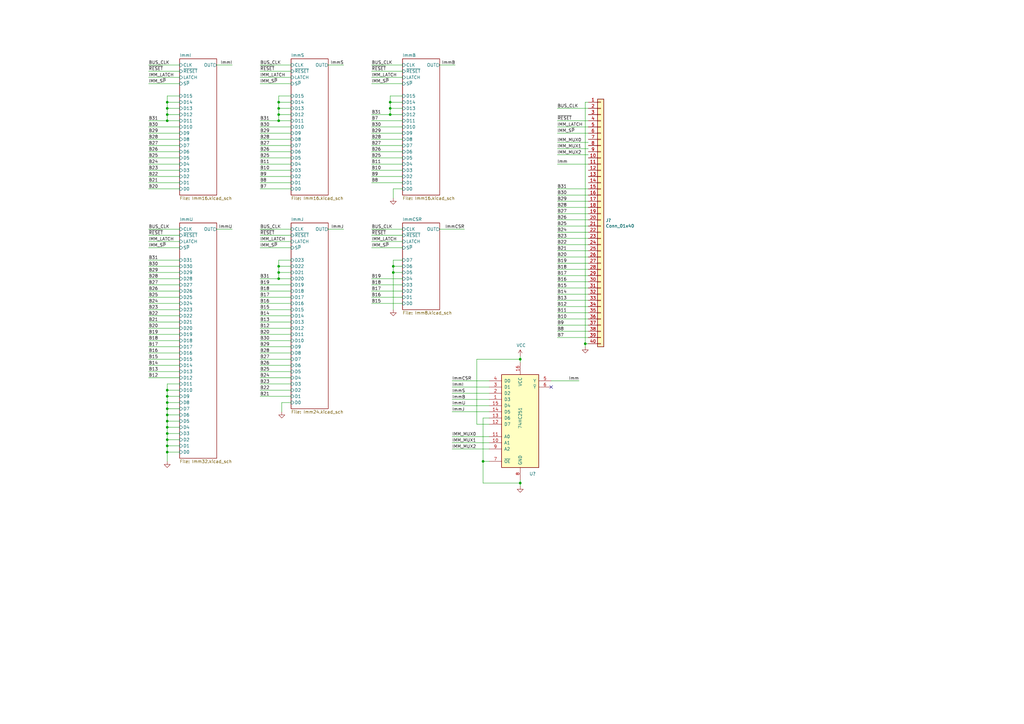
<source format=kicad_sch>
(kicad_sch (version 20211123) (generator eeschema)
  (paper "A3")
  (lib_symbols
    (symbol "Connector_Generic:Conn_01x40" (pin_names (offset 1.016) hide)
      (property "Reference" "J" (at 0 50.8 0))
      (property "Value" "Conn_01x40" (at 0 -53.34 0))
      (symbol "Conn_01x40_1_1"
        (rectangle (start -1.27 -50.673) (end 0 -50.927) (stroke (width 0.1524)))
        (rectangle (start -1.27 -48.133) (end 0 -48.387) (stroke (width 0.1524)))
        (rectangle (start -1.27 -45.593) (end 0 -45.847) (stroke (width 0.1524)))
        (rectangle (start -1.27 -43.053) (end 0 -43.307) (stroke (width 0.1524)))
        (rectangle (start -1.27 -40.513) (end 0 -40.767) (stroke (width 0.1524)))
        (rectangle (start -1.27 -37.973) (end 0 -38.227) (stroke (width 0.1524)))
        (rectangle (start -1.27 -35.433) (end 0 -35.687) (stroke (width 0.1524)))
        (rectangle (start -1.27 -32.893) (end 0 -33.147) (stroke (width 0.1524)))
        (rectangle (start -1.27 -30.353) (end 0 -30.607) (stroke (width 0.1524)))
        (rectangle (start -1.27 -27.813) (end 0 -28.067) (stroke (width 0.1524)))
        (rectangle (start -1.27 -25.273) (end 0 -25.527) (stroke (width 0.1524)))
        (rectangle (start -1.27 -22.733) (end 0 -22.987) (stroke (width 0.1524)))
        (rectangle (start -1.27 -20.193) (end 0 -20.447) (stroke (width 0.1524)))
        (rectangle (start -1.27 -17.653) (end 0 -17.907) (stroke (width 0.1524)))
        (rectangle (start -1.27 -15.113) (end 0 -15.367) (stroke (width 0.1524)))
        (rectangle (start -1.27 -12.573) (end 0 -12.827) (stroke (width 0.1524)))
        (rectangle (start -1.27 -10.033) (end 0 -10.287) (stroke (width 0.1524)))
        (rectangle (start -1.27 -7.493) (end 0 -7.747) (stroke (width 0.1524)))
        (rectangle (start -1.27 -4.953) (end 0 -5.207) (stroke (width 0.1524)))
        (rectangle (start -1.27 -2.413) (end 0 -2.667) (stroke (width 0.1524)))
        (rectangle (start -1.27 0.127) (end 0 -0.127) (stroke (width 0.1524)))
        (rectangle (start -1.27 2.667) (end 0 2.413) (stroke (width 0.1524)))
        (rectangle (start -1.27 5.207) (end 0 4.953) (stroke (width 0.1524)))
        (rectangle (start -1.27 7.747) (end 0 7.493) (stroke (width 0.1524)))
        (rectangle (start -1.27 10.287) (end 0 10.033) (stroke (width 0.1524)))
        (rectangle (start -1.27 12.827) (end 0 12.573) (stroke (width 0.1524)))
        (rectangle (start -1.27 15.367) (end 0 15.113) (stroke (width 0.1524)))
        (rectangle (start -1.27 17.907) (end 0 17.653) (stroke (width 0.1524)))
        (rectangle (start -1.27 20.447) (end 0 20.193) (stroke (width 0.1524)))
        (rectangle (start -1.27 22.987) (end 0 22.733) (stroke (width 0.1524)))
        (rectangle (start -1.27 25.527) (end 0 25.273) (stroke (width 0.1524)))
        (rectangle (start -1.27 28.067) (end 0 27.813) (stroke (width 0.1524)))
        (rectangle (start -1.27 30.607) (end 0 30.353) (stroke (width 0.1524)))
        (rectangle (start -1.27 33.147) (end 0 32.893) (stroke (width 0.1524)))
        (rectangle (start -1.27 35.687) (end 0 35.433) (stroke (width 0.1524)))
        (rectangle (start -1.27 38.227) (end 0 37.973) (stroke (width 0.1524)))
        (rectangle (start -1.27 40.767) (end 0 40.513) (stroke (width 0.1524)))
        (rectangle (start -1.27 43.307) (end 0 43.053) (stroke (width 0.1524)))
        (rectangle (start -1.27 45.847) (end 0 45.593) (stroke (width 0.1524)))
        (rectangle (start -1.27 48.387) (end 0 48.133) (stroke (width 0.1524)))
        (rectangle (start -1.27 49.53) (end 1.27 -52.07) (stroke (width 0.254)) (fill (type background)))
        (pin passive line (at -5.08 48.26 0) (length 3.81) (name "Pin_1") (number "1"))
        (pin passive line (at -5.08 25.4 0) (length 3.81) (name "Pin_10") (number "10"))
        (pin passive line (at -5.08 22.86 0) (length 3.81) (name "Pin_11") (number "11"))
        (pin passive line (at -5.08 20.32 0) (length 3.81) (name "Pin_12") (number "12"))
        (pin passive line (at -5.08 17.78 0) (length 3.81) (name "Pin_13") (number "13"))
        (pin passive line (at -5.08 15.24 0) (length 3.81) (name "Pin_14") (number "14"))
        (pin passive line (at -5.08 12.7 0) (length 3.81) (name "Pin_15") (number "15"))
        (pin passive line (at -5.08 10.16 0) (length 3.81) (name "Pin_16") (number "16"))
        (pin passive line (at -5.08 7.62 0) (length 3.81) (name "Pin_17") (number "17"))
        (pin passive line (at -5.08 5.08 0) (length 3.81) (name "Pin_18") (number "18"))
        (pin passive line (at -5.08 2.54 0) (length 3.81) (name "Pin_19") (number "19"))
        (pin passive line (at -5.08 45.72 0) (length 3.81) (name "Pin_2") (number "2"))
        (pin passive line (at -5.08 0 0) (length 3.81) (name "Pin_20") (number "20"))
        (pin passive line (at -5.08 -2.54 0) (length 3.81) (name "Pin_21") (number "21"))
        (pin passive line (at -5.08 -5.08 0) (length 3.81) (name "Pin_22") (number "22"))
        (pin passive line (at -5.08 -7.62 0) (length 3.81) (name "Pin_23") (number "23"))
        (pin passive line (at -5.08 -10.16 0) (length 3.81) (name "Pin_24") (number "24"))
        (pin passive line (at -5.08 -12.7 0) (length 3.81) (name "Pin_25") (number "25"))
        (pin passive line (at -5.08 -15.24 0) (length 3.81) (name "Pin_26") (number "26"))
        (pin passive line (at -5.08 -17.78 0) (length 3.81) (name "Pin_27") (number "27"))
        (pin passive line (at -5.08 -20.32 0) (length 3.81) (name "Pin_28") (number "28"))
        (pin passive line (at -5.08 -22.86 0) (length 3.81) (name "Pin_29") (number "29"))
        (pin passive line (at -5.08 43.18 0) (length 3.81) (name "Pin_3") (number "3"))
        (pin passive line (at -5.08 -25.4 0) (length 3.81) (name "Pin_30") (number "30"))
        (pin passive line (at -5.08 -27.94 0) (length 3.81) (name "Pin_31") (number "31"))
        (pin passive line (at -5.08 -30.48 0) (length 3.81) (name "Pin_32") (number "32"))
        (pin passive line (at -5.08 -33.02 0) (length 3.81) (name "Pin_33") (number "33"))
        (pin passive line (at -5.08 -35.56 0) (length 3.81) (name "Pin_34") (number "34"))
        (pin passive line (at -5.08 -38.1 0) (length 3.81) (name "Pin_35") (number "35"))
        (pin passive line (at -5.08 -40.64 0) (length 3.81) (name "Pin_36") (number "36"))
        (pin passive line (at -5.08 -43.18 0) (length 3.81) (name "Pin_37") (number "37"))
        (pin passive line (at -5.08 -45.72 0) (length 3.81) (name "Pin_38") (number "38"))
        (pin passive line (at -5.08 -48.26 0) (length 3.81) (name "Pin_39") (number "39"))
        (pin passive line (at -5.08 40.64 0) (length 3.81) (name "Pin_4") (number "4"))
        (pin passive line (at -5.08 -50.8 0) (length 3.81) (name "Pin_40") (number "40"))
        (pin passive line (at -5.08 38.1 0) (length 3.81) (name "Pin_5") (number "5"))
        (pin passive line (at -5.08 35.56 0) (length 3.81) (name "Pin_6") (number "6"))
        (pin passive line (at -5.08 33.02 0) (length 3.81) (name "Pin_7") (number "7"))
        (pin passive line (at -5.08 30.48 0) (length 3.81) (name "Pin_8") (number "8"))
        (pin passive line (at -5.08 27.94 0) (length 3.81) (name "Pin_9") (number "9"))
      )
    )
    (symbol "power:GND" (power) (pin_names (offset 0))
      (property "Value" "GND" (at 0 -3.81 0))
      (symbol "GND_0_1"
        (polyline (pts (xy 0 0) (xy 0 -1.27) (xy 1.27 -1.27) (xy 0 -2.54) (xy -1.27 -1.27) (xy 0 -1.27)))
      )
      (symbol "GND_1_1"
        (pin power_in line (at 0 0 270) (length 0) hide (name "GND") (number "1"))
      )
    )
    (symbol "power:VCC" (power) (pin_names (offset 0))
      (property "Value" "VCC" (at 0 3.81 0))
      (symbol "VCC_0_1"
        (polyline (pts (xy -0.762 1.27) (xy 0 2.54)))
        (polyline (pts (xy 0 0) (xy 0 2.54)))
        (polyline (pts (xy 0 2.54) (xy 0.762 1.27)))
      )
      (symbol "VCC_1_1"
        (pin power_in line (at 0 0 90) (length 0) hide (name "VCC") (number "1"))
      )
    )
    (symbol "riscv-serial:74HC251" (pin_names (offset 1.016))
      (property "Reference" "U" (at 5.08 -21.59 0))
      (property "Value" "74HC251" (at 0 -1.27 90))
      (symbol "74HC251_1_0"
        (rectangle (start -7.62 17.78) (end 7.62 -20.32) (stroke (width 0.254)) (fill (type background)))
      )
      (symbol "74HC251_1_1"
        (pin input line (at -12.7 7.62 0) (length 5.08) (name "D3") (number "1"))
        (pin input line (at -12.7 -10.16 0) (length 5.08) (name "A1") (number "10"))
        (pin input line (at -12.7 -7.62 0) (length 5.08) (name "A0") (number "11"))
        (pin input line (at -12.7 -2.54 0) (length 5.08) (name "D7") (number "12"))
        (pin input line (at -12.7 0 0) (length 5.08) (name "D6") (number "13"))
        (pin input line (at -12.7 2.54 0) (length 5.08) (name "D5") (number "14"))
        (pin input line (at -12.7 5.08 0) (length 5.08) (name "D4") (number "15"))
        (pin power_in line (at 0 22.86 270) (length 5.08) (name "VCC") (number "16"))
        (pin input line (at -12.7 10.16 0) (length 5.08) (name "D2") (number "2"))
        (pin input line (at -12.7 12.7 0) (length 5.08) (name "D1") (number "3"))
        (pin input line (at -12.7 15.24 0) (length 5.08) (name "D0") (number "4"))
        (pin output line (at 12.7 15.24 180) (length 5.08) (name "Y") (number "5"))
        (pin output line (at 12.7 12.7 180) (length 5.08) (name "~{Y}") (number "6"))
        (pin input line (at -12.7 -17.78 0) (length 5.08) (name "~{OE}") (number "7"))
        (pin power_in line (at 0 -25.4 90) (length 5.08) (name "GND") (number "8"))
        (pin input line (at -12.7 -12.7 0) (length 5.08) (name "A2") (number "9"))
      )
    )
  )
  (junction (at 114.3 114.3))
  (junction (at 68.58 165.1))
  (junction (at 198.12 189.23))
  (junction (at 161.29 109.22))
  (junction (at 114.3 41.91))
  (junction (at 68.58 44.45))
  (junction (at 114.3 46.99))
  (junction (at 68.58 41.91))
  (junction (at 68.58 177.8))
  (junction (at 68.58 170.18))
  (junction (at 68.58 162.56))
  (junction (at 68.58 49.53))
  (junction (at 161.29 111.76))
  (junction (at 240.03 140.97))
  (junction (at 68.58 180.34))
  (junction (at 160.02 46.99))
  (junction (at 68.58 167.64))
  (junction (at 68.58 160.02))
  (junction (at 68.58 182.88))
  (junction (at 114.3 49.53))
  (junction (at 160.02 41.91))
  (junction (at 114.3 44.45))
  (junction (at 68.58 185.42))
  (junction (at 160.02 44.45))
  (junction (at 213.36 198.12))
  (junction (at 68.58 46.99))
  (junction (at 213.36 147.32))
  (junction (at 114.3 111.76))
  (junction (at 68.58 172.72))
  (junction (at 114.3 109.22))
  (junction (at 68.58 175.26))
  (no_connect (at 226.06 158.75))
  (wire (pts (xy 185.42 161.29) (xy 200.66 161.29)))
  (wire (pts (xy 165.1 29.21) (xy 152.4 29.21)))
  (wire (pts (xy 198.12 189.23) (xy 198.12 198.12)))
  (wire (pts (xy 152.4 69.85) (xy 165.1 69.85)))
  (wire (pts (xy 68.58 177.8) (xy 73.66 177.8)))
  (wire (pts (xy 228.6 133.35) (xy 241.3 133.35)))
  (wire (pts (xy 241.3 58.42) (xy 228.6 58.42)))
  (wire (pts (xy 165.1 39.37) (xy 160.02 39.37)))
  (wire (pts (xy 140.97 93.98) (xy 134.62 93.98)))
  (wire (pts (xy 228.6 44.45) (xy 241.3 44.45)))
  (wire (pts (xy 195.58 173.99) (xy 195.58 147.32)))
  (wire (pts (xy 68.58 177.8) (xy 68.58 180.34)))
  (wire (pts (xy 60.96 52.07) (xy 73.66 52.07)))
  (wire (pts (xy 152.4 116.84) (xy 165.1 116.84)))
  (wire (pts (xy 240.03 140.97) (xy 240.03 41.91)))
  (wire (pts (xy 165.1 77.47) (xy 161.29 77.47)))
  (wire (pts (xy 106.68 52.07) (xy 119.38 52.07)))
  (wire (pts (xy 60.96 26.67) (xy 73.66 26.67)))
  (wire (pts (xy 106.68 154.94) (xy 119.38 154.94)))
  (wire (pts (xy 106.68 59.69) (xy 119.38 59.69)))
  (wire (pts (xy 228.6 90.17) (xy 241.3 90.17)))
  (wire (pts (xy 68.58 172.72) (xy 68.58 175.26)))
  (wire (pts (xy 195.58 147.32) (xy 213.36 147.32)))
  (wire (pts (xy 106.68 54.61) (xy 119.38 54.61)))
  (wire (pts (xy 160.02 44.45) (xy 160.02 46.99)))
  (wire (pts (xy 60.96 101.6) (xy 73.66 101.6)))
  (wire (pts (xy 228.6 102.87) (xy 241.3 102.87)))
  (wire (pts (xy 161.29 106.68) (xy 161.29 109.22)))
  (wire (pts (xy 60.96 62.23) (xy 73.66 62.23)))
  (wire (pts (xy 60.96 116.84) (xy 73.66 116.84)))
  (wire (pts (xy 119.38 96.52) (xy 106.68 96.52)))
  (wire (pts (xy 106.68 119.38) (xy 119.38 119.38)))
  (wire (pts (xy 152.4 62.23) (xy 165.1 62.23)))
  (wire (pts (xy 114.3 114.3) (xy 119.38 114.3)))
  (wire (pts (xy 60.96 106.68) (xy 73.66 106.68)))
  (wire (pts (xy 152.4 46.99) (xy 160.02 46.99)))
  (wire (pts (xy 152.4 64.77) (xy 165.1 64.77)))
  (wire (pts (xy 213.36 146.05) (xy 213.36 147.32)))
  (wire (pts (xy 60.96 114.3) (xy 73.66 114.3)))
  (wire (pts (xy 165.1 109.22) (xy 161.29 109.22)))
  (wire (pts (xy 106.68 137.16) (xy 119.38 137.16)))
  (wire (pts (xy 60.96 142.24) (xy 73.66 142.24)))
  (wire (pts (xy 165.1 106.68) (xy 161.29 106.68)))
  (wire (pts (xy 228.6 105.41) (xy 241.3 105.41)))
  (wire (pts (xy 152.4 119.38) (xy 165.1 119.38)))
  (wire (pts (xy 200.66 184.15) (xy 185.42 184.15)))
  (wire (pts (xy 106.68 69.85) (xy 119.38 69.85)))
  (wire (pts (xy 68.58 39.37) (xy 68.58 41.91)))
  (wire (pts (xy 200.66 179.07) (xy 185.42 179.07)))
  (wire (pts (xy 198.12 198.12) (xy 213.36 198.12)))
  (wire (pts (xy 165.1 31.75) (xy 152.4 31.75)))
  (wire (pts (xy 119.38 31.75) (xy 106.68 31.75)))
  (wire (pts (xy 60.96 154.94) (xy 73.66 154.94)))
  (wire (pts (xy 60.96 124.46) (xy 73.66 124.46)))
  (wire (pts (xy 119.38 109.22) (xy 114.3 109.22)))
  (wire (pts (xy 68.58 167.64) (xy 68.58 170.18)))
  (wire (pts (xy 152.4 26.67) (xy 165.1 26.67)))
  (wire (pts (xy 106.68 101.6) (xy 119.38 101.6)))
  (wire (pts (xy 152.4 72.39) (xy 165.1 72.39)))
  (wire (pts (xy 68.58 41.91) (xy 68.58 44.45)))
  (wire (pts (xy 106.68 152.4) (xy 119.38 152.4)))
  (wire (pts (xy 114.3 44.45) (xy 114.3 46.99)))
  (wire (pts (xy 60.96 152.4) (xy 73.66 152.4)))
  (wire (pts (xy 228.6 77.47) (xy 241.3 77.47)))
  (wire (pts (xy 60.96 144.78) (xy 73.66 144.78)))
  (wire (pts (xy 119.38 165.1) (xy 115.57 165.1)))
  (wire (pts (xy 228.6 82.55) (xy 241.3 82.55)))
  (wire (pts (xy 60.96 137.16) (xy 73.66 137.16)))
  (wire (pts (xy 228.6 80.01) (xy 241.3 80.01)))
  (wire (pts (xy 152.4 67.31) (xy 165.1 67.31)))
  (wire (pts (xy 241.3 63.5) (xy 228.6 63.5)))
  (wire (pts (xy 185.42 158.75) (xy 200.66 158.75)))
  (wire (pts (xy 106.68 74.93) (xy 119.38 74.93)))
  (wire (pts (xy 60.96 127) (xy 73.66 127)))
  (wire (pts (xy 106.68 114.3) (xy 114.3 114.3)))
  (wire (pts (xy 160.02 46.99) (xy 165.1 46.99)))
  (wire (pts (xy 106.68 67.31) (xy 119.38 67.31)))
  (wire (pts (xy 73.66 157.48) (xy 68.58 157.48)))
  (wire (pts (xy 200.66 168.91) (xy 185.42 168.91)))
  (wire (pts (xy 228.6 118.11) (xy 241.3 118.11)))
  (wire (pts (xy 213.36 198.12) (xy 213.36 199.39)))
  (wire (pts (xy 228.6 135.89) (xy 241.3 135.89)))
  (wire (pts (xy 119.38 39.37) (xy 114.3 39.37)))
  (wire (pts (xy 60.96 69.85) (xy 73.66 69.85)))
  (wire (pts (xy 60.96 77.47) (xy 73.66 77.47)))
  (wire (pts (xy 60.96 149.86) (xy 73.66 149.86)))
  (wire (pts (xy 228.6 87.63) (xy 241.3 87.63)))
  (wire (pts (xy 73.66 29.21) (xy 60.96 29.21)))
  (wire (pts (xy 228.6 120.65) (xy 241.3 120.65)))
  (wire (pts (xy 165.1 44.45) (xy 160.02 44.45)))
  (wire (pts (xy 114.3 111.76) (xy 114.3 114.3)))
  (wire (pts (xy 73.66 31.75) (xy 60.96 31.75)))
  (wire (pts (xy 73.66 39.37) (xy 68.58 39.37)))
  (wire (pts (xy 106.68 124.46) (xy 119.38 124.46)))
  (wire (pts (xy 185.42 156.21) (xy 200.66 156.21)))
  (wire (pts (xy 115.57 165.1) (xy 115.57 168.91)))
  (wire (pts (xy 198.12 171.45) (xy 198.12 189.23)))
  (wire (pts (xy 228.6 54.61) (xy 241.3 54.61)))
  (wire (pts (xy 60.96 34.29) (xy 73.66 34.29)))
  (wire (pts (xy 106.68 34.29) (xy 119.38 34.29)))
  (wire (pts (xy 165.1 41.91) (xy 160.02 41.91)))
  (wire (pts (xy 60.96 139.7) (xy 73.66 139.7)))
  (wire (pts (xy 106.68 127) (xy 119.38 127)))
  (wire (pts (xy 60.96 74.93) (xy 73.66 74.93)))
  (wire (pts (xy 165.1 96.52) (xy 152.4 96.52)))
  (wire (pts (xy 152.4 49.53) (xy 165.1 49.53)))
  (wire (pts (xy 68.58 46.99) (xy 68.58 49.53)))
  (wire (pts (xy 240.03 142.24) (xy 240.03 140.97)))
  (wire (pts (xy 119.38 106.68) (xy 114.3 106.68)))
  (wire (pts (xy 60.96 129.54) (xy 73.66 129.54)))
  (wire (pts (xy 106.68 121.92) (xy 119.38 121.92)))
  (wire (pts (xy 200.66 173.99) (xy 195.58 173.99)))
  (wire (pts (xy 106.68 72.39) (xy 119.38 72.39)))
  (wire (pts (xy 106.68 64.77) (xy 119.38 64.77)))
  (wire (pts (xy 152.4 59.69) (xy 165.1 59.69)))
  (wire (pts (xy 60.96 72.39) (xy 73.66 72.39)))
  (wire (pts (xy 60.96 132.08) (xy 73.66 132.08)))
  (wire (pts (xy 68.58 157.48) (xy 68.58 160.02)))
  (wire (pts (xy 161.29 77.47) (xy 161.29 81.28)))
  (wire (pts (xy 186.69 26.67) (xy 180.34 26.67)))
  (wire (pts (xy 241.3 60.96) (xy 228.6 60.96)))
  (wire (pts (xy 106.68 93.98) (xy 119.38 93.98)))
  (wire (pts (xy 228.6 95.25) (xy 241.3 95.25)))
  (wire (pts (xy 228.6 113.03) (xy 241.3 113.03)))
  (wire (pts (xy 228.6 125.73) (xy 241.3 125.73)))
  (wire (pts (xy 213.36 198.12) (xy 213.36 196.85)))
  (wire (pts (xy 119.38 44.45) (xy 114.3 44.45)))
  (wire (pts (xy 152.4 114.3) (xy 165.1 114.3)))
  (wire (pts (xy 73.66 46.99) (xy 68.58 46.99)))
  (wire (pts (xy 228.6 97.79) (xy 241.3 97.79)))
  (wire (pts (xy 106.68 57.15) (xy 119.38 57.15)))
  (wire (pts (xy 213.36 147.32) (xy 213.36 148.59)))
  (wire (pts (xy 106.68 142.24) (xy 119.38 142.24)))
  (wire (pts (xy 106.68 139.7) (xy 119.38 139.7)))
  (wire (pts (xy 73.66 41.91) (xy 68.58 41.91)))
  (wire (pts (xy 160.02 39.37) (xy 160.02 41.91)))
  (wire (pts (xy 68.58 162.56) (xy 68.58 165.1)))
  (wire (pts (xy 152.4 57.15) (xy 165.1 57.15)))
  (wire (pts (xy 185.42 166.37) (xy 200.66 166.37)))
  (wire (pts (xy 119.38 46.99) (xy 114.3 46.99)))
  (wire (pts (xy 73.66 180.34) (xy 68.58 180.34)))
  (wire (pts (xy 60.96 111.76) (xy 73.66 111.76)))
  (wire (pts (xy 60.96 49.53) (xy 68.58 49.53)))
  (wire (pts (xy 60.96 134.62) (xy 73.66 134.62)))
  (wire (pts (xy 73.66 182.88) (xy 68.58 182.88)))
  (wire (pts (xy 73.66 175.26) (xy 68.58 175.26)))
  (wire (pts (xy 106.68 49.53) (xy 114.3 49.53)))
  (wire (pts (xy 228.6 92.71) (xy 241.3 92.71)))
  (wire (pts (xy 241.3 49.53) (xy 228.6 49.53)))
  (wire (pts (xy 152.4 54.61) (xy 165.1 54.61)))
  (wire (pts (xy 114.3 46.99) (xy 114.3 49.53)))
  (wire (pts (xy 152.4 101.6) (xy 165.1 101.6)))
  (wire (pts (xy 228.6 110.49) (xy 241.3 110.49)))
  (wire (pts (xy 73.66 99.06) (xy 60.96 99.06)))
  (wire (pts (xy 226.06 156.21) (xy 237.49 156.21)))
  (wire (pts (xy 228.6 123.19) (xy 241.3 123.19)))
  (wire (pts (xy 228.6 100.33) (xy 241.3 100.33)))
  (wire (pts (xy 240.03 140.97) (xy 241.3 140.97)))
  (wire (pts (xy 68.58 185.42) (xy 68.58 189.23)))
  (wire (pts (xy 152.4 52.07) (xy 165.1 52.07)))
  (wire (pts (xy 73.66 160.02) (xy 68.58 160.02)))
  (wire (pts (xy 114.3 106.68) (xy 114.3 109.22)))
  (wire (pts (xy 228.6 138.43) (xy 241.3 138.43)))
  (wire (pts (xy 161.29 109.22) (xy 161.29 111.76)))
  (wire (pts (xy 106.68 144.78) (xy 119.38 144.78)))
  (wire (pts (xy 60.96 93.98) (xy 73.66 93.98)))
  (wire (pts (xy 106.68 26.67) (xy 119.38 26.67)))
  (wire (pts (xy 200.66 189.23) (xy 198.12 189.23)))
  (wire (pts (xy 68.58 185.42) (xy 73.66 185.42)))
  (wire (pts (xy 114.3 41.91) (xy 114.3 44.45)))
  (wire (pts (xy 228.6 130.81) (xy 241.3 130.81)))
  (wire (pts (xy 60.96 57.15) (xy 73.66 57.15)))
  (wire (pts (xy 60.96 147.32) (xy 73.66 147.32)))
  (wire (pts (xy 60.96 121.92) (xy 73.66 121.92)))
  (wire (pts (xy 106.68 132.08) (xy 119.38 132.08)))
  (wire (pts (xy 119.38 29.21) (xy 106.68 29.21)))
  (wire (pts (xy 114.3 49.53) (xy 119.38 49.53)))
  (wire (pts (xy 73.66 165.1) (xy 68.58 165.1)))
  (wire (pts (xy 152.4 34.29) (xy 165.1 34.29)))
  (wire (pts (xy 106.68 134.62) (xy 119.38 134.62)))
  (wire (pts (xy 68.58 167.64) (xy 73.66 167.64)))
  (wire (pts (xy 119.38 99.06) (xy 106.68 99.06)))
  (wire (pts (xy 68.58 44.45) (xy 68.58 46.99)))
  (wire (pts (xy 60.96 64.77) (xy 73.66 64.77)))
  (wire (pts (xy 60.96 119.38) (xy 73.66 119.38)))
  (wire (pts (xy 228.6 128.27) (xy 241.3 128.27)))
  (wire (pts (xy 160.02 41.91) (xy 160.02 44.45)))
  (wire (pts (xy 119.38 41.91) (xy 114.3 41.91)))
  (wire (pts (xy 60.96 67.31) (xy 73.66 67.31)))
  (wire (pts (xy 68.58 160.02) (xy 68.58 162.56)))
  (wire (pts (xy 68.58 172.72) (xy 73.66 172.72)))
  (wire (pts (xy 140.97 26.67) (xy 134.62 26.67)))
  (wire (pts (xy 241.3 67.31) (xy 228.6 67.31)))
  (wire (pts (xy 152.4 121.92) (xy 165.1 121.92)))
  (wire (pts (xy 241.3 52.07) (xy 228.6 52.07)))
  (wire (pts (xy 95.25 26.67) (xy 88.9 26.67)))
  (wire (pts (xy 106.68 147.32) (xy 119.38 147.32)))
  (wire (pts (xy 68.58 165.1) (xy 68.58 167.64)))
  (wire (pts (xy 200.66 171.45) (xy 198.12 171.45)))
  (wire (pts (xy 60.96 54.61) (xy 73.66 54.61)))
  (wire (pts (xy 106.68 116.84) (xy 119.38 116.84)))
  (wire (pts (xy 73.66 96.52) (xy 60.96 96.52)))
  (wire (pts (xy 73.66 44.45) (xy 68.58 44.45)))
  (wire (pts (xy 73.66 170.18) (xy 68.58 170.18)))
  (wire (pts (xy 60.96 59.69) (xy 73.66 59.69)))
  (wire (pts (xy 161.29 111.76) (xy 165.1 111.76)))
  (wire (pts (xy 152.4 93.98) (xy 165.1 93.98)))
  (wire (pts (xy 114.3 109.22) (xy 114.3 111.76)))
  (wire (pts (xy 106.68 62.23) (xy 119.38 62.23)))
  (wire (pts (xy 106.68 149.86) (xy 119.38 149.86)))
  (wire (pts (xy 185.42 163.83) (xy 200.66 163.83)))
  (wire (pts (xy 114.3 39.37) (xy 114.3 41.91)))
  (wire (pts (xy 165.1 99.06) (xy 152.4 99.06)))
  (wire (pts (xy 95.25 93.98) (xy 88.9 93.98)))
  (wire (pts (xy 68.58 175.26) (xy 68.58 177.8)))
  (wire (pts (xy 60.96 109.22) (xy 73.66 109.22)))
  (wire (pts (xy 228.6 107.95) (xy 241.3 107.95)))
  (wire (pts (xy 119.38 111.76) (xy 114.3 111.76)))
  (wire (pts (xy 152.4 74.93) (xy 165.1 74.93)))
  (wire (pts (xy 106.68 162.56) (xy 119.38 162.56)))
  (wire (pts (xy 190.5 93.98) (xy 180.34 93.98)))
  (wire (pts (xy 161.29 111.76) (xy 161.29 127)))
  (wire (pts (xy 106.68 129.54) (xy 119.38 129.54)))
  (wire (pts (xy 228.6 115.57) (xy 241.3 115.57)))
  (wire (pts (xy 106.68 157.48) (xy 119.38 157.48)))
  (wire (pts (xy 68.58 170.18) (xy 68.58 172.72)))
  (wire (pts (xy 106.68 160.02) (xy 119.38 160.02)))
  (wire (pts (xy 228.6 85.09) (xy 241.3 85.09)))
  (wire (pts (xy 68.58 182.88) (xy 68.58 185.42)))
  (wire (pts (xy 68.58 180.34) (xy 68.58 182.88)))
  (wire (pts (xy 240.03 41.91) (xy 241.3 41.91)))
  (wire (pts (xy 152.4 124.46) (xy 165.1 124.46)))
  (wire (pts (xy 68.58 49.53) (xy 73.66 49.53)))
  (wire (pts (xy 106.68 77.47) (xy 119.38 77.47)))
  (wire (pts (xy 68.58 162.56) (xy 73.66 162.56)))
  (wire (pts (xy 200.66 181.61) (xy 185.42 181.61)))
  (label "B13" (at 228.6 123.19 0))
  (label "B17" (at 106.68 121.92 0))
  (label "IMM_LATCH" (at 60.96 99.06 0))
  (label "IMM_MUX0" (at 228.6 58.42 0))
  (label "B14" (at 228.6 120.65 0))
  (label "B28" (at 60.96 114.3 0))
  (label "B16" (at 106.68 124.46 0))
  (label "B26" (at 106.68 62.23 0))
  (label "B29" (at 152.4 54.61 0))
  (label "B22" (at 228.6 100.33 0))
  (label "IMM_MUX0" (at 185.42 179.07 0))
  (label "B25" (at 106.68 152.4 0))
  (label "B12" (at 60.96 154.94 0))
  (label "Imm" (at 237.49 156.21 180))
  (label "IMM_MUX1" (at 228.6 60.96 0))
  (label "~{RESET}" (at 228.6 49.53 0))
  (label "B17" (at 152.4 119.38 0))
  (label "B12" (at 228.6 125.73 0))
  (label "B25" (at 152.4 64.77 0))
  (label "B7" (at 152.4 49.53 0))
  (label "Imm" (at 228.6 67.31 0))
  (label "B15" (at 152.4 124.46 0))
  (label "B31" (at 60.96 49.53 0))
  (label "B8" (at 152.4 74.93 0))
  (label "B25" (at 106.68 64.77 0))
  (label "B30" (at 60.96 109.22 0))
  (label "B23" (at 106.68 157.48 0))
  (label "ImmU" (at 185.42 166.37 0))
  (label "IMM_MUX2" (at 185.42 184.15 0))
  (label "B27" (at 106.68 59.69 0))
  (label "B20" (at 60.96 77.47 0))
  (label "B31" (at 106.68 114.3 0))
  (label "B31" (at 228.6 77.47 0))
  (label "B11" (at 106.68 67.31 0))
  (label "B29" (at 60.96 54.61 0))
  (label "IMM_LATCH" (at 228.6 52.07 0))
  (label "B19" (at 152.4 114.3 0))
  (label "B17" (at 228.6 113.03 0))
  (label "B29" (at 106.68 54.61 0))
  (label "~{RESET}" (at 60.96 96.52 0))
  (label "B20" (at 60.96 134.62 0))
  (label "B23" (at 60.96 69.85 0))
  (label "IMM_S~{P}" (at 106.68 34.29 0))
  (label "B24" (at 60.96 124.46 0))
  (label "B30" (at 228.6 80.01 0))
  (label "B27" (at 228.6 87.63 0))
  (label "B29" (at 228.6 82.55 0))
  (label "B18" (at 60.96 139.7 0))
  (label "B7" (at 228.6 138.43 0))
  (label "B19" (at 106.68 116.84 0))
  (label "~{RESET}" (at 106.68 29.21 0))
  (label "B26" (at 228.6 90.17 0))
  (label "ImmJ" (at 185.42 168.91 0))
  (label "B19" (at 228.6 107.95 0))
  (label "B9" (at 228.6 133.35 0))
  (label "B28" (at 228.6 85.09 0))
  (label "B22" (at 106.68 160.02 0))
  (label "B7" (at 106.68 77.47 0))
  (label "B24" (at 228.6 95.25 0))
  (label "B18" (at 152.4 116.84 0))
  (label "B31" (at 60.96 106.68 0))
  (label "B10" (at 106.68 69.85 0))
  (label "B27" (at 106.68 147.32 0))
  (label "ImmB" (at 185.42 163.83 0))
  (label "ImmCSR" (at 185.42 156.21 0))
  (label "IMM_S~{P}" (at 60.96 101.6 0))
  (label "BUS_CLK" (at 106.68 93.98 0))
  (label "B27" (at 60.96 116.84 0))
  (label "B15" (at 228.6 118.11 0))
  (label "B16" (at 228.6 115.57 0))
  (label "B17" (at 60.96 142.24 0))
  (label "B28" (at 106.68 57.15 0))
  (label "B24" (at 106.68 154.94 0))
  (label "BUS_CLK" (at 152.4 26.67 0))
  (label "B18" (at 228.6 110.49 0))
  (label "B28" (at 60.96 57.15 0))
  (label "B29" (at 106.68 142.24 0))
  (label "B26" (at 106.68 149.86 0))
  (label "B8" (at 228.6 135.89 0))
  (label "IMM_S~{P}" (at 60.96 34.29 0))
  (label "B25" (at 60.96 121.92 0))
  (label "B14" (at 106.68 129.54 0))
  (label "B27" (at 152.4 59.69 0))
  (label "B23" (at 228.6 97.79 0))
  (label "B26" (at 152.4 62.23 0))
  (label "ImmU" (at 95.25 93.98 180))
  (label "BUS_CLK" (at 106.68 26.67 0))
  (label "B10" (at 152.4 69.85 0))
  (label "B24" (at 60.96 67.31 0))
  (label "B21" (at 106.68 162.56 0))
  (label "BUS_CLK" (at 228.6 44.45 0))
  (label "ImmJ" (at 140.97 93.98 180))
  (label "IMM_LATCH" (at 152.4 31.75 0))
  (label "B12" (at 106.68 134.62 0))
  (label "IMM_LATCH" (at 60.96 31.75 0))
  (label "B21" (at 60.96 132.08 0))
  (label "IMM_LATCH" (at 106.68 99.06 0))
  (label "IMM_S~{P}" (at 106.68 101.6 0))
  (label "B29" (at 60.96 111.76 0))
  (label "B15" (at 60.96 147.32 0))
  (label "B9" (at 152.4 72.39 0))
  (label "B19" (at 60.96 137.16 0))
  (label "B20" (at 106.68 137.16 0))
  (label "B18" (at 106.68 119.38 0))
  (label "IMM_MUX1" (at 185.42 181.61 0))
  (label "B13" (at 106.68 132.08 0))
  (label "B30" (at 106.68 52.07 0))
  (label "B9" (at 106.68 72.39 0))
  (label "B27" (at 60.96 59.69 0))
  (label "B11" (at 228.6 128.27 0))
  (label "B31" (at 106.68 49.53 0))
  (label "B16" (at 152.4 121.92 0))
  (label "B26" (at 60.96 62.23 0))
  (label "IMM_MUX2" (at 228.6 63.5 0))
  (label "B25" (at 60.96 64.77 0))
  (label "B14" (at 60.96 149.86 0))
  (label "IMM_S~{P}" (at 152.4 34.29 0))
  (label "B30" (at 152.4 52.07 0))
  (label "B23" (at 60.96 127 0))
  (label "~{RESET}" (at 106.68 96.52 0))
  (label "B31" (at 152.4 46.99 0))
  (label "B20" (at 228.6 105.41 0))
  (label "B11" (at 152.4 67.31 0))
  (label "~{RESET}" (at 152.4 29.21 0))
  (label "B15" (at 106.68 127 0))
  (label "IMM_S~{P}" (at 152.4 101.6 0))
  (label "~{RESET}" (at 152.4 96.52 0))
  (label "ImmCSR" (at 190.5 93.98 180))
  (label "B13" (at 60.96 152.4 0))
  (label "B21" (at 228.6 102.87 0))
  (label "B28" (at 106.68 144.78 0))
  (label "B22" (at 60.96 129.54 0))
  (label "ImmS" (at 185.42 161.29 0))
  (label "BUS_CLK" (at 152.4 93.98 0))
  (label "ImmI" (at 185.42 158.75 0))
  (label "ImmI" (at 95.25 26.67 180))
  (label "BUS_CLK" (at 60.96 26.67 0))
  (label "B21" (at 60.96 74.93 0))
  (label "B30" (at 106.68 139.7 0))
  (label "B22" (at 60.96 72.39 0))
  (label "ImmS" (at 140.97 26.67 180))
  (label "B10" (at 228.6 130.81 0))
  (label "IMM_S~{P}" (at 228.6 54.61 0))
  (label "IMM_LATCH" (at 152.4 99.06 0))
  (label "B28" (at 152.4 57.15 0))
  (label "IMM_LATCH" (at 106.68 31.75 0))
  (label "~{RESET}" (at 60.96 29.21 0))
  (label "ImmB" (at 186.69 26.67 180))
  (label "B8" (at 106.68 74.93 0))
  (label "BUS_CLK" (at 60.96 93.98 0))
  (label "B25" (at 228.6 92.71 0))
  (label "B26" (at 60.96 119.38 0))
  (label "B30" (at 60.96 52.07 0))
  (label "B16" (at 60.96 144.78 0))
  (symbol (lib_id "power:GND") (at 213.36 199.39 0) (unit 1)
    (property "Reference" "#PWR?" (effects hide))
    (property "Value" "GND" (effects hide))
  )
  (symbol (lib_id "riscv-serial:74HC251") (at 213.36 171.45 0) (unit 1)
    (property "Reference" "U?" (at 218.44 194.31 0))
    (property "Value" "74HC251" (at 213.36 171.45 90))
    (property "Footprint" "Package_SO:SOIC-16_3.9x9.9mm_P1.27mm" (effects hide))
  )
  (symbol (lib_id "power:GND") (at 161.29 81.28 0) (unit 1)
    (property "Reference" "#PWR?" (effects hide))
    (property "Value" "GND" (effects hide))
  )
  (symbol (lib_id "power:GND") (at 68.58 189.23 0) (unit 1)
    (property "Reference" "#PWR?" (effects hide))
    (property "Value" "GND" (effects hide))
  )
  (symbol (lib_id "power:GND") (at 161.29 127 0) (unit 1)
    (property "Reference" "#PWR?" (effects hide))
    (property "Value" "GND" (effects hide))
  )
  (symbol (lib_id "power:GND") (at 240.03 142.24 0) (unit 1)
    (property "Reference" "#PWR?" (effects hide))
    (property "Value" "GND" (effects hide))
  )
  (symbol (lib_id "power:VCC") (at 213.36 146.05 0) (unit 1)
    (property "Reference" "#PWR?" (effects hide))
    (property "Value" "VCC" (at 213.741 141.6558 0))
  )
  (symbol (lib_id "Connector_Generic:Conn_01x40") (at 246.38 90.17 0) (unit 1)
    (property "Reference" "J?" (at 248.412 90.3732 0) (effects (justify left)))
    (property "Value" "Conn_01x40" (at 248.412 92.6846 0) (effects (justify left)))
  )
  (symbol (lib_id "power:GND") (at 115.57 168.91 0) (unit 1)
    (property "Reference" "#PWR?" (effects hide))
    (property "Value" "GND" (effects hide))
  )
  (sheet (at 119.38 91.44) (size 15.24 76.2)
    (property "Sheet name" "ImmJ" (at 119.38 90.7284 0) (effects (justify left bottom)))
    (property "Sheet file" "Imm24.kicad_sch" (at 119.38 168.2246 0) (effects (justify left top)))
    (pin "CLK" input (at 119.38 93.98 180))
    (pin "~{RESET}" input (at 119.38 96.52 180))
    (pin "LATCH" input (at 119.38 99.06 180))
    (pin "S~{P}" input (at 119.38 101.6 180))
    (pin "D15" input (at 119.38 127 180))
    (pin "D14" input (at 119.38 129.54 180))
    (pin "D13" input (at 119.38 132.08 180))
    (pin "D12" input (at 119.38 134.62 180))
    (pin "D11" input (at 119.38 137.16 180))
    (pin "D10" input (at 119.38 139.7 180))
    (pin "D9" input (at 119.38 142.24 180))
    (pin "D8" input (at 119.38 144.78 180))
    (pin "OUT" output (at 134.62 93.98 0))
    (pin "D7" input (at 119.38 147.32 180))
    (pin "D6" input (at 119.38 149.86 180))
    (pin "D5" input (at 119.38 152.4 180))
    (pin "D4" input (at 119.38 154.94 180))
    (pin "D3" input (at 119.38 157.48 180))
    (pin "D2" input (at 119.38 160.02 180))
    (pin "D1" input (at 119.38 162.56 180))
    (pin "D0" input (at 119.38 165.1 180))
    (pin "D23" input (at 119.38 106.68 180))
    (pin "D22" input (at 119.38 109.22 180))
    (pin "D21" input (at 119.38 111.76 180))
    (pin "D20" input (at 119.38 114.3 180))
    (pin "D19" input (at 119.38 116.84 180))
    (pin "D18" input (at 119.38 119.38 180))
    (pin "D17" input (at 119.38 121.92 180))
    (pin "D16" input (at 119.38 124.46 180))
  )
  (sheet (at 73.66 91.44) (size 15.24 96.52)
    (property "Sheet name" "ImmU" (at 73.66 90.7284 0) (effects (justify left bottom)))
    (property "Sheet file" "Imm32.kicad_sch" (at 73.66 188.5446 0) (effects (justify left top)))
    (pin "CLK" input (at 73.66 93.98 180))
    (pin "~{RESET}" input (at 73.66 96.52 180))
    (pin "LATCH" input (at 73.66 99.06 180))
    (pin "S~{P}" input (at 73.66 101.6 180))
    (pin "D15" input (at 73.66 147.32 180))
    (pin "D14" input (at 73.66 149.86 180))
    (pin "D13" input (at 73.66 152.4 180))
    (pin "D12" input (at 73.66 154.94 180))
    (pin "D11" input (at 73.66 157.48 180))
    (pin "D10" input (at 73.66 160.02 180))
    (pin "D9" input (at 73.66 162.56 180))
    (pin "D8" input (at 73.66 165.1 180))
    (pin "OUT" output (at 88.9 93.98 0))
    (pin "D7" input (at 73.66 167.64 180))
    (pin "D6" input (at 73.66 170.18 180))
    (pin "D5" input (at 73.66 172.72 180))
    (pin "D4" input (at 73.66 175.26 180))
    (pin "D3" input (at 73.66 177.8 180))
    (pin "D2" input (at 73.66 180.34 180))
    (pin "D1" input (at 73.66 182.88 180))
    (pin "D0" input (at 73.66 185.42 180))
    (pin "D23" input (at 73.66 127 180))
    (pin "D22" input (at 73.66 129.54 180))
    (pin "D21" input (at 73.66 132.08 180))
    (pin "D20" input (at 73.66 134.62 180))
    (pin "D19" input (at 73.66 137.16 180))
    (pin "D18" input (at 73.66 139.7 180))
    (pin "D17" input (at 73.66 142.24 180))
    (pin "D16" input (at 73.66 144.78 180))
    (pin "D31" input (at 73.66 106.68 180))
    (pin "D30" input (at 73.66 109.22 180))
    (pin "D29" input (at 73.66 111.76 180))
    (pin "D28" input (at 73.66 114.3 180))
    (pin "D27" input (at 73.66 116.84 180))
    (pin "D26" input (at 73.66 119.38 180))
    (pin "D25" input (at 73.66 121.92 180))
    (pin "D24" input (at 73.66 124.46 180))
  )
  (sheet (at 165.1 24.13) (size 15.24 55.88)
    (property "Sheet name" "ImmB" (at 165.1 23.4184 0) (effects (justify left bottom)))
    (property "Sheet file" "Imm16.kicad_sch" (at 165.1 80.5946 0) (effects (justify left top)))
    (pin "CLK" input (at 165.1 26.67 180))
    (pin "~{RESET}" input (at 165.1 29.21 180))
    (pin "LATCH" input (at 165.1 31.75 180))
    (pin "S~{P}" input (at 165.1 34.29 180))
    (pin "D15" input (at 165.1 39.37 180))
    (pin "D14" input (at 165.1 41.91 180))
    (pin "D13" input (at 165.1 44.45 180))
    (pin "D12" input (at 165.1 46.99 180))
    (pin "D11" input (at 165.1 49.53 180))
    (pin "D10" input (at 165.1 52.07 180))
    (pin "D9" input (at 165.1 54.61 180))
    (pin "D8" input (at 165.1 57.15 180))
    (pin "OUT" output (at 180.34 26.67 0))
    (pin "D7" input (at 165.1 59.69 180))
    (pin "D6" input (at 165.1 62.23 180))
    (pin "D5" input (at 165.1 64.77 180))
    (pin "D4" input (at 165.1 67.31 180))
    (pin "D3" input (at 165.1 69.85 180))
    (pin "D2" input (at 165.1 72.39 180))
    (pin "D1" input (at 165.1 74.93 180))
    (pin "D0" input (at 165.1 77.47 180))
  )
  (sheet (at 73.66 24.13) (size 15.24 55.88)
    (property "Sheet name" "ImmI" (at 73.66 23.4184 0) (effects (justify left bottom)))
    (property "Sheet file" "Imm16.kicad_sch" (at 73.66 80.5946 0) (effects (justify left top)))
    (pin "CLK" input (at 73.66 26.67 180))
    (pin "~{RESET}" input (at 73.66 29.21 180))
    (pin "LATCH" input (at 73.66 31.75 180))
    (pin "S~{P}" input (at 73.66 34.29 180))
    (pin "D15" input (at 73.66 39.37 180))
    (pin "D14" input (at 73.66 41.91 180))
    (pin "D13" input (at 73.66 44.45 180))
    (pin "D12" input (at 73.66 46.99 180))
    (pin "D11" input (at 73.66 49.53 180))
    (pin "D10" input (at 73.66 52.07 180))
    (pin "D9" input (at 73.66 54.61 180))
    (pin "D8" input (at 73.66 57.15 180))
    (pin "OUT" output (at 88.9 26.67 0))
    (pin "D7" input (at 73.66 59.69 180))
    (pin "D6" input (at 73.66 62.23 180))
    (pin "D5" input (at 73.66 64.77 180))
    (pin "D4" input (at 73.66 67.31 180))
    (pin "D3" input (at 73.66 69.85 180))
    (pin "D2" input (at 73.66 72.39 180))
    (pin "D1" input (at 73.66 74.93 180))
    (pin "D0" input (at 73.66 77.47 180))
  )
  (sheet (at 165.1 91.44) (size 15.24 35.56)
    (property "Sheet name" "ImmCSR" (at 165.1 90.7284 0) (effects (justify left bottom)))
    (property "Sheet file" "Imm8.kicad_sch" (at 165.1 127.5846 0) (effects (justify left top)))
    (pin "OUT" output (at 180.34 93.98 0))
    (pin "CLK" input (at 165.1 93.98 180))
    (pin "~{RESET}" input (at 165.1 96.52 180))
    (pin "LATCH" input (at 165.1 99.06 180))
    (pin "S~{P}" input (at 165.1 101.6 180))
    (pin "D7" input (at 165.1 106.68 180))
    (pin "D6" input (at 165.1 109.22 180))
    (pin "D5" input (at 165.1 111.76 180))
    (pin "D4" input (at 165.1 114.3 180))
    (pin "D3" input (at 165.1 116.84 180))
    (pin "D2" input (at 165.1 119.38 180))
    (pin "D1" input (at 165.1 121.92 180))
    (pin "D0" input (at 165.1 124.46 180))
  )
  (sheet (at 119.38 24.13) (size 15.24 55.88)
    (property "Sheet name" "ImmS" (at 119.38 23.4184 0) (effects (justify left bottom)))
    (property "Sheet file" "Imm16.kicad_sch" (at 119.38 80.5946 0) (effects (justify left top)))
    (pin "CLK" input (at 119.38 26.67 180))
    (pin "~{RESET}" input (at 119.38 29.21 180))
    (pin "LATCH" input (at 119.38 31.75 180))
    (pin "S~{P}" input (at 119.38 34.29 180))
    (pin "D15" input (at 119.38 39.37 180))
    (pin "D14" input (at 119.38 41.91 180))
    (pin "D13" input (at 119.38 44.45 180))
    (pin "D12" input (at 119.38 46.99 180))
    (pin "D11" input (at 119.38 49.53 180))
    (pin "D10" input (at 119.38 52.07 180))
    (pin "D9" input (at 119.38 54.61 180))
    (pin "D8" input (at 119.38 57.15 180))
    (pin "OUT" output (at 134.62 26.67 0))
    (pin "D7" input (at 119.38 59.69 180))
    (pin "D6" input (at 119.38 62.23 180))
    (pin "D5" input (at 119.38 64.77 180))
    (pin "D4" input (at 119.38 67.31 180))
    (pin "D3" input (at 119.38 69.85 180))
    (pin "D2" input (at 119.38 72.39 180))
    (pin "D1" input (at 119.38 74.93 180))
    (pin "D0" input (at 119.38 77.47 180))
  )
)
</source>
